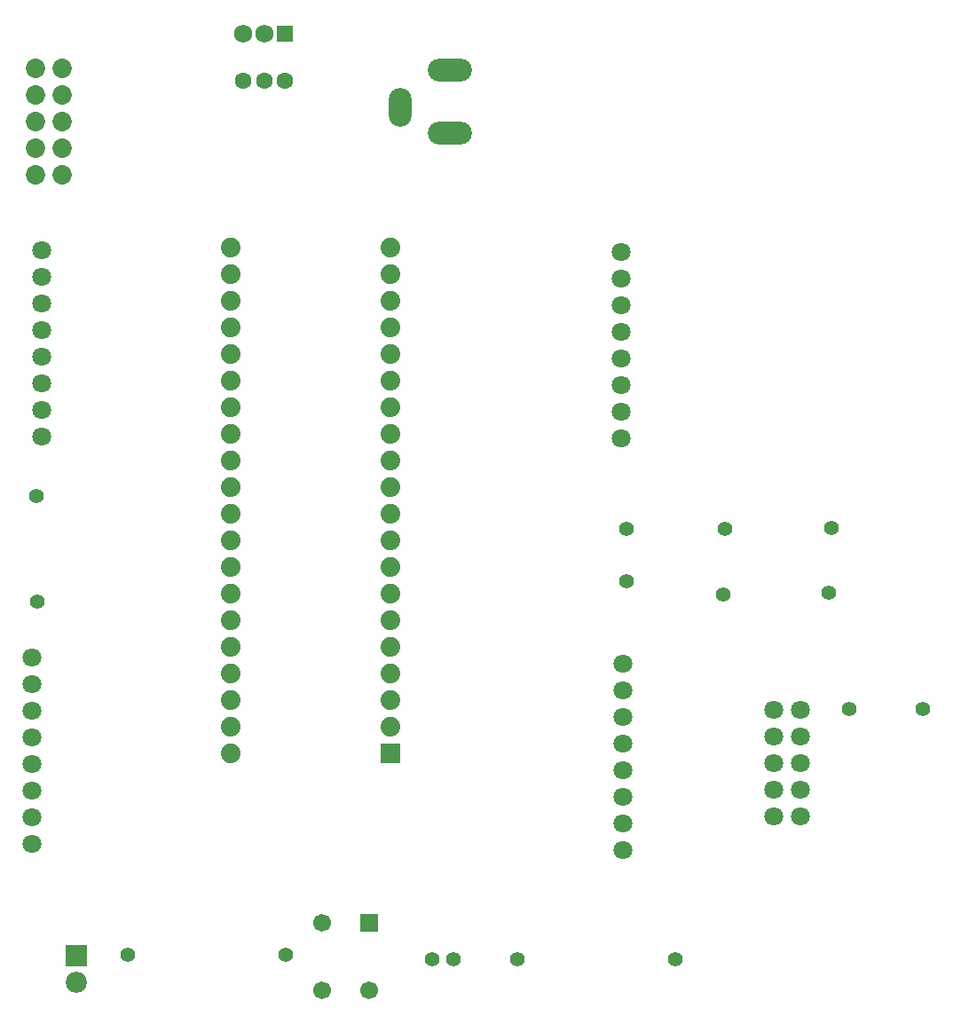
<source format=gbs>
G04*
G04 #@! TF.GenerationSoftware,Altium Limited,Altium Designer,22.8.2 (66)*
G04*
G04 Layer_Color=16711935*
%FSLAX44Y44*%
%MOMM*%
G71*
G04*
G04 #@! TF.SameCoordinates,239B72BE-1975-44D0-A8EA-8DBFC20476F2*
G04*
G04*
G04 #@! TF.FilePolarity,Negative*
G04*
G01*
G75*
%ADD29C,1.4032*%
%ADD30C,1.8032*%
%ADD31O,4.2032X2.2032*%
%ADD32O,2.2032X3.7032*%
%ADD33C,1.8796*%
%ADD34R,1.8796X1.8796*%
%ADD35C,1.7272*%
%ADD36R,1.6032X1.6032*%
%ADD37C,1.6032*%
%ADD38C,1.8532*%
%ADD39C,1.7012*%
%ADD40R,1.7012X1.7012*%
%ADD41C,2.0182*%
%ADD42R,2.0182X2.0182*%
D29*
X1548000Y560000D02*
D03*
X1618000D02*
D03*
X1231000Y321000D02*
D03*
X1382000D02*
D03*
X773190Y662210D02*
D03*
X772190Y763210D02*
D03*
X1530460Y732790D02*
D03*
X1429460Y731790D02*
D03*
X1528590Y670290D02*
D03*
X1427590Y669290D02*
D03*
X1170000Y321000D02*
D03*
X1150000D02*
D03*
X859000Y325000D02*
D03*
X1010000D02*
D03*
X1334770Y681990D02*
D03*
Y731990D02*
D03*
D30*
X1500788Y482740D02*
D03*
Y457340D02*
D03*
Y508140D02*
D03*
Y533540D02*
D03*
Y558940D02*
D03*
X1475388Y457340D02*
D03*
Y482740D02*
D03*
Y508140D02*
D03*
Y533540D02*
D03*
Y558940D02*
D03*
X1332000Y577400D02*
D03*
Y552000D02*
D03*
Y526600D02*
D03*
Y501200D02*
D03*
Y475800D02*
D03*
Y450400D02*
D03*
Y425000D02*
D03*
Y602800D02*
D03*
X768110Y583580D02*
D03*
Y558180D02*
D03*
Y532780D02*
D03*
Y507380D02*
D03*
Y481980D02*
D03*
Y456580D02*
D03*
Y431180D02*
D03*
Y608980D02*
D03*
X1330000Y970800D02*
D03*
Y945400D02*
D03*
Y920000D02*
D03*
Y894600D02*
D03*
Y869200D02*
D03*
Y843800D02*
D03*
Y818400D02*
D03*
Y996200D02*
D03*
X777000Y845200D02*
D03*
Y870600D02*
D03*
Y896000D02*
D03*
Y921400D02*
D03*
Y946800D02*
D03*
Y972200D02*
D03*
Y997600D02*
D03*
Y819800D02*
D03*
D31*
X1167000Y1169000D02*
D03*
Y1109000D02*
D03*
D32*
X1119000Y1134000D02*
D03*
D33*
X957600Y517400D02*
D03*
Y542800D02*
D03*
Y568200D02*
D03*
Y593600D02*
D03*
Y619000D02*
D03*
Y644400D02*
D03*
Y669800D02*
D03*
Y695200D02*
D03*
Y720600D02*
D03*
Y746000D02*
D03*
Y771400D02*
D03*
Y796800D02*
D03*
Y822200D02*
D03*
Y847600D02*
D03*
Y873000D02*
D03*
Y898400D02*
D03*
Y923800D02*
D03*
Y949200D02*
D03*
Y974600D02*
D03*
Y1000000D02*
D03*
X1110000D02*
D03*
Y974600D02*
D03*
Y949200D02*
D03*
Y923800D02*
D03*
Y898400D02*
D03*
Y873000D02*
D03*
Y847600D02*
D03*
Y822200D02*
D03*
Y796800D02*
D03*
Y771400D02*
D03*
Y746000D02*
D03*
Y720600D02*
D03*
Y695200D02*
D03*
Y669800D02*
D03*
Y644400D02*
D03*
Y619000D02*
D03*
Y593600D02*
D03*
Y568200D02*
D03*
Y542800D02*
D03*
D34*
Y517400D02*
D03*
D35*
X989620Y1204230D02*
D03*
X969620D02*
D03*
D36*
X1009620D02*
D03*
D37*
Y1159230D02*
D03*
X989620D02*
D03*
X969620D02*
D03*
D38*
X797000Y1069400D02*
D03*
X771600D02*
D03*
X797000Y1094800D02*
D03*
X771600D02*
D03*
X797000Y1120200D02*
D03*
X771600D02*
D03*
Y1145600D02*
D03*
X797000Y1171000D02*
D03*
X771600D02*
D03*
X797000Y1145600D02*
D03*
D39*
X1090000Y291000D02*
D03*
X1045000D02*
D03*
Y356000D02*
D03*
D40*
X1090000D02*
D03*
D41*
X810000Y299300D02*
D03*
D42*
Y324700D02*
D03*
M02*

</source>
